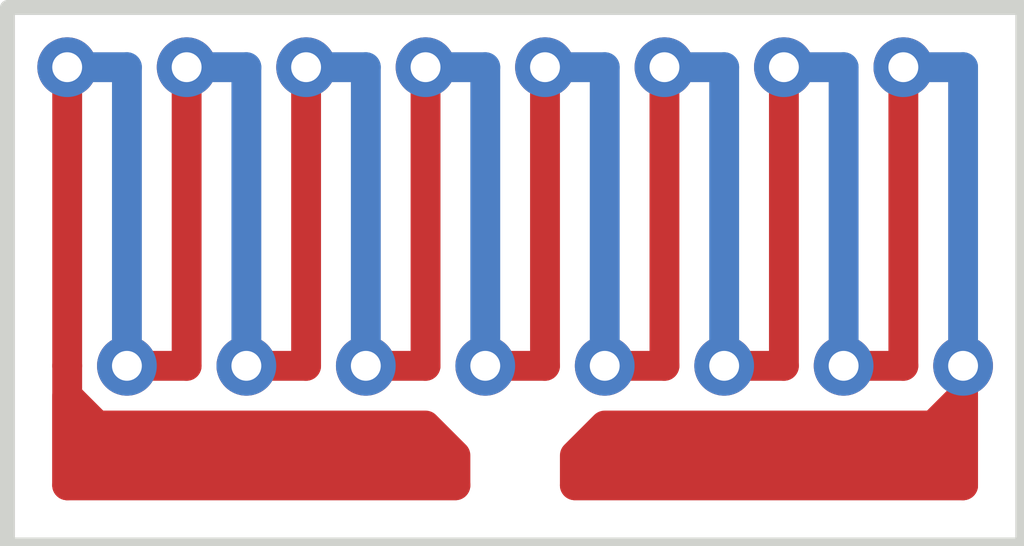
<source format=kicad_pcb>
(kicad_pcb (version 20221018) (generator pcbnew)

  (general
    (thickness 0.42)
  )

  (paper "User" 150.012 75.0062)
  (title_block
    (title "PCB Coil")
    (date "2023-03-27")
    (rev "1")
    (company "Thomas Guillod")
    (comment 2 "A simple PCB coil for exporting GERBER files")
  )

  (layers
    (0 "F.Cu" signal "front_copper")
    (31 "B.Cu" signal "back_copper")
    (44 "Edge.Cuts" user "edge")
    (45 "Margin" user "margin")
    (46 "B.CrtYd" user "back_courtyard")
    (47 "F.CrtYd" user "front_courtyard")
    (50 "User.1" user "src")
    (51 "User.2" user "sink")
  )

  (setup
    (stackup
      (layer "F.Cu" (type "copper") (thickness 0.035))
      (layer "dielectric 1" (type "core") (thickness 0.35) (material "FR4") (epsilon_r 4.5) (loss_tangent 0.02))
      (layer "B.Cu" (type "copper") (thickness 0.035))
      (copper_finish "None")
      (dielectric_constraints no)
    )
    (pad_to_mask_clearance 0)
    (pcbplotparams
      (layerselection 0x00c1000_ffffffff)
      (plot_on_all_layers_selection 0x0000000_00000000)
      (disableapertmacros false)
      (usegerberextensions false)
      (usegerberattributes true)
      (usegerberadvancedattributes true)
      (creategerberjobfile false)
      (dashed_line_dash_ratio 12.000000)
      (dashed_line_gap_ratio 3.000000)
      (svgprecision 4)
      (plotframeref false)
      (viasonmask false)
      (mode 1)
      (useauxorigin false)
      (hpglpennumber 1)
      (hpglpenspeed 20)
      (hpglpendiameter 15.000000)
      (dxfpolygonmode true)
      (dxfimperialunits true)
      (dxfusepcbnewfont true)
      (psnegative false)
      (psa4output false)
      (plotreference true)
      (plotvalue true)
      (plotinvisibletext false)
      (sketchpadsonfab false)
      (subtractmaskfromsilk false)
      (outputformat 1)
      (mirror false)
      (drillshape 0)
      (scaleselection 1)
      (outputdirectory "gerber")
    )
  )

  (net 0 "")

  (gr_poly
    (pts
      (xy 31.5 21.6)
      (xy 31.5 21.5)
      (xy 31.4 21.4)
      (xy 30.3 21.4)
      (xy 30.2 21.3)
      (xy 30.2 21.6)
    )

    (stroke (width 0.1) (type solid)) (fill solid) (layer "F.Cu") (tstamp 34fdbe0f-9ae8-473f-a9fd-239af7c5ed41))
  (gr_poly
    (pts
      (xy 31.9 21.6)
      (xy 31.9 21.5)
      (xy 32 21.4)
      (xy 33.1 21.4)
      (xy 33.2 21.3)
      (xy 33.2 21.6)
    )

    (stroke (width 0.1) (type solid)) (fill solid) (layer "F.Cu") (tstamp 4bdbe99f-46b2-43e0-a761-5166a0df12b4))
  (gr_poly
    (pts
      (xy 30 21.8)
      (xy 30 20)
      (xy 33.4 20)
      (xy 33.4 21.8)
    )

    (stroke (width 0.05) (type solid)) (fill none) (layer "Edge.Cuts") (tstamp c250a29d-9f00-40ac-8ca5-1ac335e03763))
  (gr_circle (center 31.5 21.6) (end 31.500001 21.6)
    (stroke (width 0.2) (type solid)) (fill solid) (layer "User.1") (tstamp b815e064-2bbd-4e38-93f2-6e2bef1ae3b6))
  (gr_circle (center 31.9 21.6) (end 31.900001 21.6)
    (stroke (width 0.2) (type solid)) (fill solid) (layer "User.2") (tstamp 8521da20-35c6-4dfd-b366-f42de759e569))

  (segment (start 31.8 21.2) (end 31.6 21.2) (width 0.1) (layer "F.Cu") (net 0) (tstamp 058f586c-7185-4364-9967-52d31f9756ed))
  (segment (start 31.8 20.2) (end 31.8 21.2) (width 0.1) (layer "F.Cu") (net 0) (tstamp 1204821e-0e3c-4a83-9b36-354ed56543b7))
  (segment (start 30.6 21.2) (end 30.4 21.2) (width 0.1) (layer "F.Cu") (net 0) (tstamp 23951561-e8f6-4c62-a269-435ec53effd1))
  (segment (start 33 21.2) (end 32.8 21.2) (width 0.1) (layer "F.Cu") (net 0) (tstamp 397a83ac-7db8-4b76-a14c-6a543aea0166))
  (segment (start 30.2 21.2) (end 30.2 21.6) (width 0.1) (layer "F.Cu") (net 0) (tstamp 39b40440-94b1-4107-9807-7e3d97dd270a))
  (segment (start 32.2 21.2) (end 32 21.2) (width 0.1) (layer "F.Cu") (net 0) (tstamp 55e53387-0d72-4325-a07f-cf33ad99feba))
  (segment (start 31 20.2) (end 31 21.2) (width 0.1) (layer "F.Cu") (net 0) (tstamp 580040cc-1652-41c5-a19e-327614f120aa))
  (segment (start 30.6 20.2) (end 30.6 21.2) (width 0.1) (layer "F.Cu") (net 0) (tstamp 625ee9a1-b69d-4abc-8fd1-c784200a9a6d))
  (segment (start 30.2 21.6) (end 31.5 21.6) (width 0.1) (layer "F.Cu") (net 0) (tstamp 782f0841-c6ae-4e88-aede-66b54e50aac7))
  (segment (start 31.4 21.2) (end 31.2 21.2) (width 0.1) (layer "F.Cu") (net 0) (tstamp 91cdf7ca-4cc8-438d-9e6a-b7c574016c8d))
  (segment (start 32.6 21.2) (end 32.4 21.2) (width 0.1) (layer "F.Cu") (net 0) (tstamp 9f882d98-d41e-42aa-a212-b9fbfc7be933))
  (segment (start 32.6 20.2) (end 32.6 21.2) (width 0.1) (layer "F.Cu") (net 0) (tstamp b2fd1e0f-da4d-4bc1-9ceb-d73ed306d2b5))
  (segment (start 31 21.2) (end 30.8 21.2) (width 0.1) (layer "F.Cu") (net 0) (tstamp cc79ea0c-c627-4652-98c6-d1d071619c5a))
  (segment (start 30.2 20.2) (end 30.2 21.2) (width 0.1) (layer "F.Cu") (net 0) (tstamp dae48b4e-36e1-4ea1-a522-41fda8cf64fd))
  (segment (start 31.4 20.2) (end 31.4 21.2) (width 0.1) (layer "F.Cu") (net 0) (tstamp e3899da0-b156-44f1-962d-99c163b18865))
  (segment (start 33.2 21.2) (end 33.2 21.6) (width 0.1) (layer "F.Cu") (net 0) (tstamp ef98916a-372e-4e5e-9de0-2137674035a5))
  (segment (start 33 20.2) (end 33 21.2) (width 0.1) (layer "F.Cu") (net 0) (tstamp f17527aa-84bc-48fe-81c1-3b90ecebea27))
  (segment (start 32.2 20.2) (end 32.2 21.2) (width 0.1) (layer "F.Cu") (net 0) (tstamp f376ea9e-58b3-4408-adde-2a152036f53a))
  (segment (start 33.2 21.6) (end 31.9 21.6) (width 0.1) (layer "F.Cu") (net 0) (tstamp f91ce627-5449-4d9d-9d32-63dc660eac07))
  (via (at 31.8 20.2) (size 0.2) (drill 0.1) (layers "F.Cu" "B.Cu") (net 0) (tstamp 091fcef8-419f-4b6a-a501-4d8a65ae55fa))
  (via (at 31.4 20.2) (size 0.2) (drill 0.1) (layers "F.Cu" "B.Cu") (net 0) (tstamp 101f4070-3499-429d-9332-0a5a90512dca))
  (via (at 31 20.2) (size 0.2) (drill 0.1) (layers "F.Cu" "B.Cu") (net 0) (tstamp 14b53992-dcd0-4daf-86fd-0039509db5d5))
  (via (at 32.4 21.2) (size 0.2) (drill 0.1) (layers "F.Cu" "B.Cu") (net 0) (tstamp 28b394f0-731c-457b-ad41-0ce2232a0cab))
  (via (at 32.8 21.2) (size 0.2) (drill 0.1) (layers "F.Cu" "B.Cu") (net 0) (tstamp 295e383d-1a72-4267-aebc-0402b043492d))
  (via (at 32.6 20.2) (size 0.2) (drill 0.1) (layers "F.Cu" "B.Cu") (net 0) (tstamp 552f495c-31c9-4fec-8e9f-25e808ea20a5))
  (via (at 33.2 21.2) (size 0.2) (drill 0.1) (layers "F.Cu" "B.Cu") (net 0) (tstamp 574fde24-2cae-487c-b575-ba2f7e9519c6))
  (via (at 31.2 21.2) (size 0.2) (drill 0.1) (layers "F.Cu" "B.Cu") (net 0) (tstamp 75a31c64-724a-43f2-b671-4c1f3927935c))
  (via (at 30.8 21.2) (size 0.2) (drill 0.1) (layers "F.Cu" "B.Cu") (net 0) (tstamp 7c054042-8735-4db4-9182-1bb0ba9a9f82))
  (via (at 31.6 21.2) (size 0.2) (drill 0.1) (layers "F.Cu" "B.Cu") (net 0) (tstamp 869caffd-46a1-4c8e-8f8c-4f14ee1540b1))
  (via (at 30.2 20.2) (size 0.2) (drill 0.1) (layers "F.Cu" "B.Cu") (net 0) (tstamp ac86de6b-874f-4fac-b723-0806d5f639c1))
  (via (at 32.2 20.2) (size 0.2) (drill 0.1) (layers "F.Cu" "B.Cu") (net 0) (tstamp b7e0e491-1933-44be-b3f4-0395afcc72cf))
  (via (at 33 20.2) (size 0.2) (drill 0.1) (layers "F.Cu" "B.Cu") (net 0) (tstamp b834ac9a-ac54-4ab7-b10d-4d7840a5b791))
  (via (at 30.4 21.2) (size 0.2) (drill 0.1) (layers "F.Cu" "B.Cu") (net 0) (tstamp c757b3d3-626d-4341-8a5f-11ce9a50c656))
  (via (at 30.6 20.2) (size 0.2) (drill 0.1) (layers "F.Cu" "B.Cu") (net 0) (tstamp d4c598c1-56f0-4388-8811-bcc6357b05ef))
  (via (at 32 21.2) (size 0.2) (drill 0.1) (layers "F.Cu" "B.Cu") (net 0) (tstamp e8bd8302-0547-4bdc-89c8-e8b40c22f4d2))
  (segment (start 31 20.2) (end 31.2 20.2) (width 0.1) (layer "B.Cu") (net 0) (tstamp 0bfacb42-85ba-4794-bc6a-576aa06c9518))
  (segment (start 31.4 20.2) (end 31.6 20.2) (width 0.1) (layer "B.Cu") (net 0) (tstamp 123f80d1-c4a7-4bfc-9bbf-366f6bce6bd3))
  (segment (start 32.4 20.2) (end 32.4 21.2) (width 0.1) (layer "B.Cu") (net 0) (tstamp 26c3ba22-3cd2-4906-af36-a1015fa369a4))
  (segment (start 32.2 20.2) (end 32.4 20.2) (width 0.1) (layer "B.Cu") (net 0) (tstamp 5c47914b-ee4b-4fbf-861a-cd22e7f9311c))
  (segment (start 30.8 20.2) (end 30.8 21.2) (width 0.1) (layer "B.Cu") (net 0) (tstamp 5d8c5ff7-b38d-4e50-97dd-bc09c56c4e2d))
  (segment (start 32.6 20.2) (end 32.8 20.2) (width 0.1) (layer "B.Cu") (net 0) (tstamp 62b98b3d-c027-407a-a3ac-93dda88f4c6d))
  (segment (start 32.8 20.2) (end 32.8 21.2) (width 0.1) (layer "B.Cu") (net 0) (tstamp 88bd3fd7-f161-48ef-9dd3-eec62b9a44ce))
  (segment (start 30.2 20.2) (end 30.4 20.2) (width 0.1) (layer "B.Cu") (net 0) (tstamp 8fbb0e1a-6fde-4878-b057-908ebc9b1ae3))
  (segment (start 33 20.2) (end 33.2 20.2) (width 0.1) (layer "B.Cu") (net 0) (tstamp a4829f6e-ec43-47d0-ad85-819d68ee33fe))
  (segment (start 30.6 20.2) (end 30.8 20.2) (width 0.1) (layer "B.Cu") (net 0) (tstamp c926753f-4116-465c-9980-f84bfd31a24d))
  (segment (start 32 20.2) (end 32 21.2) (width 0.1) (layer "B.Cu") (net 0) (tstamp ce13d677-5638-4fc9-8b06-6bf063405409))
  (segment (start 31.2 20.2) (end 31.2 21.2) (width 0.1) (layer "B.Cu") (net 0) (tstamp d7e481cf-45b0-4c2a-ba41-4b2557fdd73d))
  (segment (start 30.4 20.2) (end 30.4 21.2) (width 0.1) (layer "B.Cu") (net 0) (tstamp ec98f309-3110-4a6c-8c2d-b7bb0882b815))
  (segment (start 31.8 20.2) (end 32 20.2) (width 0.1) (layer "B.Cu") (net 0) (tstamp f78d6557-7491-45d8-8603-d77bc0f8b1fa))
  (segment (start 31.6 20.2) (end 31.6 21.2) (width 0.1) (layer "B.Cu") (net 0) (tstamp f7efb6ea-8a32-439c-b86c-679b8b409ca9))
  (segment (start 33.2 20.2) (end 33.2 21.2) (width 0.1) (layer "B.Cu") (net 0) (tstamp ff28f12e-53a0-424b-acba-d2b1e1df6d24))

)

</source>
